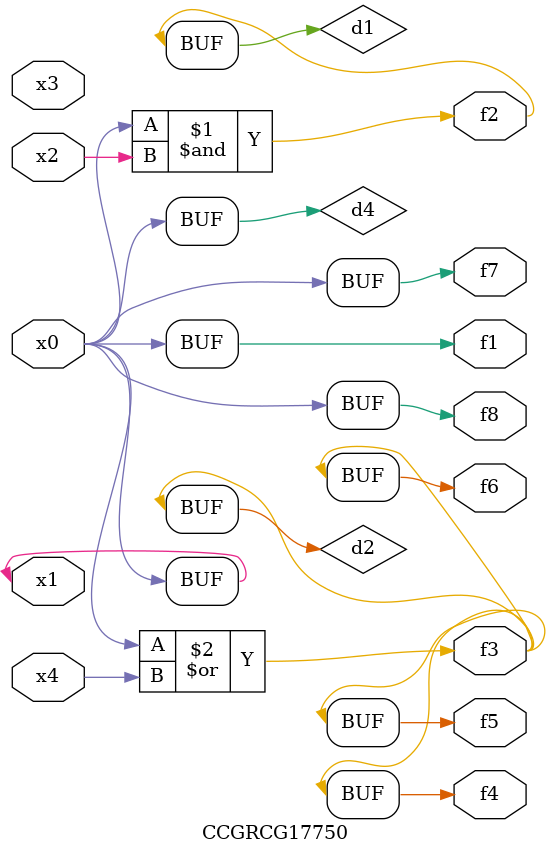
<source format=v>
module CCGRCG17750(
	input x0, x1, x2, x3, x4,
	output f1, f2, f3, f4, f5, f6, f7, f8
);

	wire d1, d2, d3, d4;

	and (d1, x0, x2);
	or (d2, x0, x4);
	nand (d3, x0, x2);
	buf (d4, x0, x1);
	assign f1 = d4;
	assign f2 = d1;
	assign f3 = d2;
	assign f4 = d2;
	assign f5 = d2;
	assign f6 = d2;
	assign f7 = d4;
	assign f8 = d4;
endmodule

</source>
